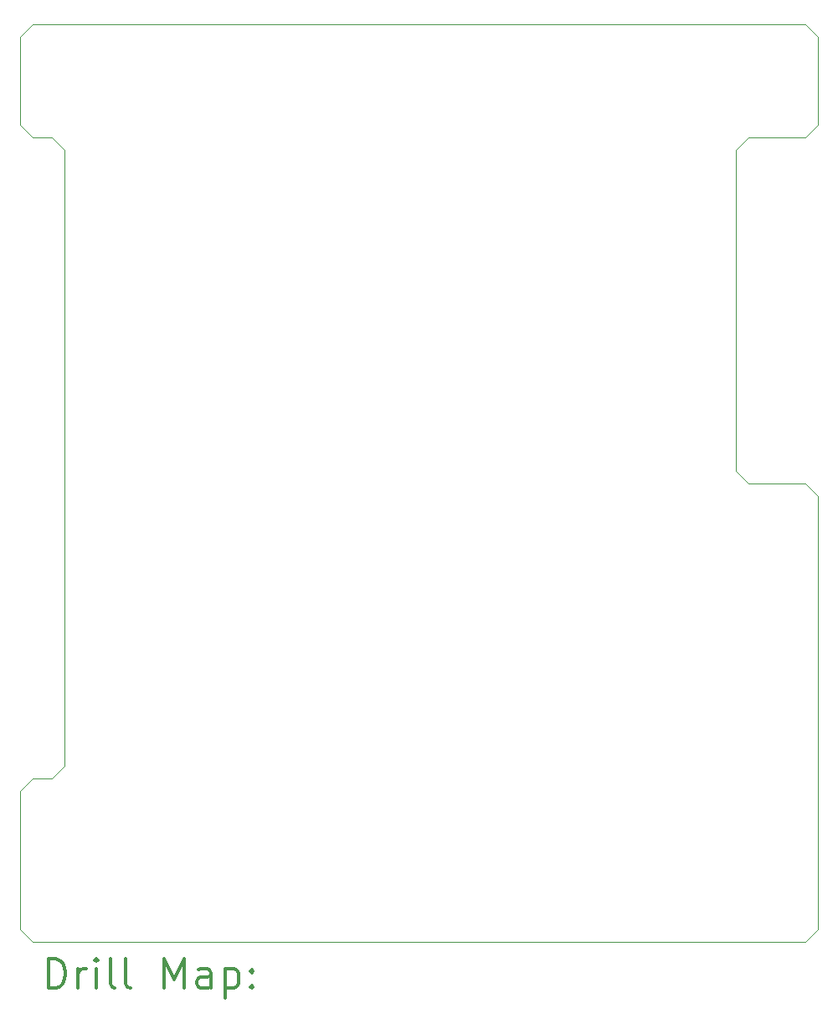
<source format=gbr>
%FSLAX45Y45*%
G04 Gerber Fmt 4.5, Leading zero omitted, Abs format (unit mm)*
G04 Created by KiCad (PCBNEW (5.1.2)-1) date 2019-06-13 16:50:11*
%MOMM*%
%LPD*%
G04 APERTURE LIST*
%ADD10C,0.050000*%
%ADD11C,0.200000*%
%ADD12C,0.300000*%
G04 APERTURE END LIST*
D10*
X21653500Y-4445000D02*
X21780500Y-4572000D01*
X20955000Y-5715000D02*
X21082000Y-5588000D01*
X21653500Y-9080500D02*
X21780500Y-9207500D01*
X21653500Y-13716000D02*
X21780500Y-13589000D01*
X20955000Y-8953500D02*
X21082000Y-9080500D01*
X21653500Y-5588000D02*
X21780500Y-5461000D01*
X21082000Y-5588000D02*
X21653500Y-5588000D01*
X21780500Y-4572000D02*
X21780500Y-5461000D01*
X13716000Y-4572000D02*
X13843000Y-4445000D01*
X13716000Y-13589000D02*
X13843000Y-13716000D01*
X14033500Y-12065000D02*
X14160500Y-11938000D01*
X13716000Y-5461000D02*
X13716000Y-4572000D01*
X13843000Y-5588000D02*
X13716000Y-5461000D01*
X14033500Y-5588000D02*
X13843000Y-5588000D01*
X14160500Y-5715000D02*
X14033500Y-5588000D01*
X14160500Y-11938000D02*
X14160500Y-5715000D01*
X13843000Y-12065000D02*
X14033500Y-12065000D01*
X13716000Y-12192000D02*
X13843000Y-12065000D01*
X13716000Y-12198350D02*
X13716000Y-12192000D01*
X13716000Y-13589000D02*
X13716000Y-12198350D01*
X21653500Y-13716000D02*
X13843000Y-13716000D01*
X21780500Y-9207500D02*
X21780500Y-13589000D01*
X21082000Y-9080500D02*
X21653500Y-9080500D01*
X20955000Y-5715000D02*
X20955000Y-8953500D01*
X13843000Y-4445000D02*
X21653500Y-4445000D01*
D11*
D12*
X13999928Y-14184214D02*
X13999928Y-13884214D01*
X14071357Y-13884214D01*
X14114214Y-13898500D01*
X14142786Y-13927071D01*
X14157071Y-13955643D01*
X14171357Y-14012786D01*
X14171357Y-14055643D01*
X14157071Y-14112786D01*
X14142786Y-14141357D01*
X14114214Y-14169929D01*
X14071357Y-14184214D01*
X13999928Y-14184214D01*
X14299928Y-14184214D02*
X14299928Y-13984214D01*
X14299928Y-14041357D02*
X14314214Y-14012786D01*
X14328500Y-13998500D01*
X14357071Y-13984214D01*
X14385643Y-13984214D01*
X14485643Y-14184214D02*
X14485643Y-13984214D01*
X14485643Y-13884214D02*
X14471357Y-13898500D01*
X14485643Y-13912786D01*
X14499928Y-13898500D01*
X14485643Y-13884214D01*
X14485643Y-13912786D01*
X14671357Y-14184214D02*
X14642786Y-14169929D01*
X14628500Y-14141357D01*
X14628500Y-13884214D01*
X14828500Y-14184214D02*
X14799928Y-14169929D01*
X14785643Y-14141357D01*
X14785643Y-13884214D01*
X15171357Y-14184214D02*
X15171357Y-13884214D01*
X15271357Y-14098500D01*
X15371357Y-13884214D01*
X15371357Y-14184214D01*
X15642786Y-14184214D02*
X15642786Y-14027071D01*
X15628500Y-13998500D01*
X15599928Y-13984214D01*
X15542786Y-13984214D01*
X15514214Y-13998500D01*
X15642786Y-14169929D02*
X15614214Y-14184214D01*
X15542786Y-14184214D01*
X15514214Y-14169929D01*
X15499928Y-14141357D01*
X15499928Y-14112786D01*
X15514214Y-14084214D01*
X15542786Y-14069929D01*
X15614214Y-14069929D01*
X15642786Y-14055643D01*
X15785643Y-13984214D02*
X15785643Y-14284214D01*
X15785643Y-13998500D02*
X15814214Y-13984214D01*
X15871357Y-13984214D01*
X15899928Y-13998500D01*
X15914214Y-14012786D01*
X15928500Y-14041357D01*
X15928500Y-14127071D01*
X15914214Y-14155643D01*
X15899928Y-14169929D01*
X15871357Y-14184214D01*
X15814214Y-14184214D01*
X15785643Y-14169929D01*
X16057071Y-14155643D02*
X16071357Y-14169929D01*
X16057071Y-14184214D01*
X16042786Y-14169929D01*
X16057071Y-14155643D01*
X16057071Y-14184214D01*
X16057071Y-13998500D02*
X16071357Y-14012786D01*
X16057071Y-14027071D01*
X16042786Y-14012786D01*
X16057071Y-13998500D01*
X16057071Y-14027071D01*
M02*

</source>
